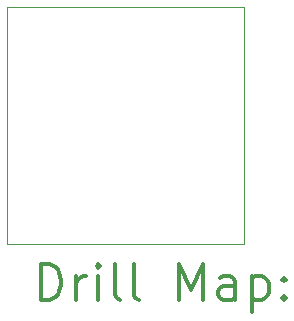
<source format=gbr>
%FSLAX45Y45*%
G04 Gerber Fmt 4.5, Leading zero omitted, Abs format (unit mm)*
G04 Created by KiCad (PCBNEW (5.1.10)-1) date 2021-06-21 19:38:08*
%MOMM*%
%LPD*%
G01*
G04 APERTURE LIST*
%TA.AperFunction,Profile*%
%ADD10C,0.050000*%
%TD*%
%ADD11C,0.200000*%
%ADD12C,0.300000*%
G04 APERTURE END LIST*
D10*
X13004800Y-12623800D02*
X13004800Y-10617200D01*
X15011400Y-12623800D02*
X13004800Y-12623800D01*
X15011400Y-10617200D02*
X15011400Y-12623800D01*
X13004800Y-10617200D02*
X15011400Y-10617200D01*
D11*
D12*
X13288728Y-13092014D02*
X13288728Y-12792014D01*
X13360157Y-12792014D01*
X13403014Y-12806300D01*
X13431586Y-12834871D01*
X13445871Y-12863443D01*
X13460157Y-12920586D01*
X13460157Y-12963443D01*
X13445871Y-13020586D01*
X13431586Y-13049157D01*
X13403014Y-13077729D01*
X13360157Y-13092014D01*
X13288728Y-13092014D01*
X13588728Y-13092014D02*
X13588728Y-12892014D01*
X13588728Y-12949157D02*
X13603014Y-12920586D01*
X13617300Y-12906300D01*
X13645871Y-12892014D01*
X13674443Y-12892014D01*
X13774443Y-13092014D02*
X13774443Y-12892014D01*
X13774443Y-12792014D02*
X13760157Y-12806300D01*
X13774443Y-12820586D01*
X13788728Y-12806300D01*
X13774443Y-12792014D01*
X13774443Y-12820586D01*
X13960157Y-13092014D02*
X13931586Y-13077729D01*
X13917300Y-13049157D01*
X13917300Y-12792014D01*
X14117300Y-13092014D02*
X14088728Y-13077729D01*
X14074443Y-13049157D01*
X14074443Y-12792014D01*
X14460157Y-13092014D02*
X14460157Y-12792014D01*
X14560157Y-13006300D01*
X14660157Y-12792014D01*
X14660157Y-13092014D01*
X14931586Y-13092014D02*
X14931586Y-12934871D01*
X14917300Y-12906300D01*
X14888728Y-12892014D01*
X14831586Y-12892014D01*
X14803014Y-12906300D01*
X14931586Y-13077729D02*
X14903014Y-13092014D01*
X14831586Y-13092014D01*
X14803014Y-13077729D01*
X14788728Y-13049157D01*
X14788728Y-13020586D01*
X14803014Y-12992014D01*
X14831586Y-12977729D01*
X14903014Y-12977729D01*
X14931586Y-12963443D01*
X15074443Y-12892014D02*
X15074443Y-13192014D01*
X15074443Y-12906300D02*
X15103014Y-12892014D01*
X15160157Y-12892014D01*
X15188728Y-12906300D01*
X15203014Y-12920586D01*
X15217300Y-12949157D01*
X15217300Y-13034871D01*
X15203014Y-13063443D01*
X15188728Y-13077729D01*
X15160157Y-13092014D01*
X15103014Y-13092014D01*
X15074443Y-13077729D01*
X15345871Y-13063443D02*
X15360157Y-13077729D01*
X15345871Y-13092014D01*
X15331586Y-13077729D01*
X15345871Y-13063443D01*
X15345871Y-13092014D01*
X15345871Y-12906300D02*
X15360157Y-12920586D01*
X15345871Y-12934871D01*
X15331586Y-12920586D01*
X15345871Y-12906300D01*
X15345871Y-12934871D01*
M02*

</source>
